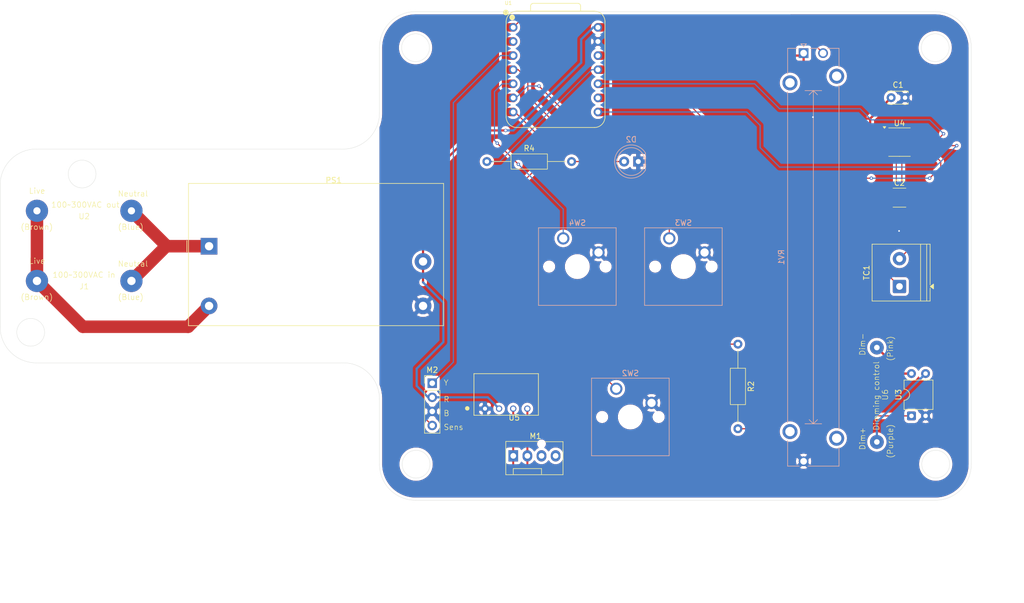
<source format=kicad_pcb>
(kicad_pcb (version 20241229) (generator "pcbnew") (generator_version "9.0")
  (layers (0 "F.Cu" signal) (2 "B.Cu" signal) (13 "F.Paste" user) (15 "B.Paste" user) (5 "F.SilkS" user "F.Silkscreen") (7 "B.SilkS" user "B.Silkscreen") (1 "F.Mask" user) (3 "B.Mask" user) (25 "Edge.Cuts" user))
  (net 0 "")
  (net 1 "+5V")
  (net 2 "GND")
  (net 3 "Net-(J1-N)")
  (net 4 "Net-(R2-Pad2)")
  (net 5 "Net-(U1-GPIO4{slash}MISO)")
  (net 6 "+3V3")
  (net 7 "Net-(U1-GPIO2{slash}SCK)")
  (net 8 "Net-(TC1-+)")
  (net 9 "Net-(U1-GPIO1{slash}RX)")
  (net 11 "Net-(D2-A)")
  (net 12 "Net-(J1-L)")
  (net 14 "Net-(M1--)")
  (net 15 "Net-(M1-+)")
  (net 17 "Net-(M2-PWM)")
  (net 18 "Net-(U1-GPIO29{slash}ADC3{slash}A3)")
  (net 19 "Net-(U1-GPIO3{slash}MOSI)")
  (net 20 "Net-(U1-GPIO26{slash}ADC0{slash}A0)")
  (net 21 "Net-(TC1--)")
  (net 22 "Net-(U1-GPIO0{slash}TX)")
  (net 23 "Net-(U1-GPIO7{slash}SCL)")
  (net 24 "Net-(U1-GPIO6{slash}SDA)")
  (net 25 "Net-(U6-Dim-)")
  (net 26 "Net-(U6-Dim+)")
  (net 27 "Net-(M2-Sense)")
  (footprint "Package_SO:SOIC-8_3.9x4.9mm_P1.27mm" (layer "F.Cu") (at 200.07 55.5)
    (property "Reference" "U4" (at 0 -3.4 0) (layer "F.SilkS"))
    (property "Value" "MAX31855KASA")
    (fp_line (start 0 -2.56) (end -1.95 -2.56) (stroke (width 0.12)) (layer "F.SilkS"))
    (fp_line (start 0 -2.56) (end 1.95 -2.56) (stroke (width 0.12)) (layer "F.SilkS"))
    (fp_line (start 0 2.56) (end -1.95 2.56) (stroke (width 0.12)) (layer "F.SilkS"))
    (fp_line (start 0 2.56) (end 1.95 2.56) (stroke (width 0.12)) (layer "F.SilkS"))
    (fp_poly (pts (xy -2.7 -2.465) (xy -2.94 -2.795) (xy -2.46 -2.795)) (stroke (width 0.12)) (fill yes) (layer "F.SilkS"))
    (pad "1" smd roundrect (at -2.475 -1.905) (size 1.95 0.6) (layers "F.Cu" "F.Mask" "F.Paste") (net 2 "GND"))
    (pad "2" smd roundrect (at -2.475 -0.635) (size 1.95 0.6) (layers "F.Cu" "F.Mask" "F.Paste") (net 21 "Net-(TC1--)"))
    (pad "3" smd roundrect (at -2.475 0.635) (size 1.95 0.6) (layers "F.Cu" "F.Mask" "F.Paste") (net 8 "Net-(TC1-+)"))
    (pad "4" smd roundrect (at -2.475 1.905) (size 1.95 0.6) (layers "F.Cu" "F.Mask" "F.Paste") (net 6 "+3V3"))
    (pad "5" smd roundrect (at 2.475 1.905) (size 1.95 0.6) (layers "F.Cu" "F.Mask" "F.Paste") (net 7 "Net-(U1-GPIO2{slash}SCK)"))
    (pad "6" smd roundrect (at 2.475 0.635) (size 1.95 0.6) (layers "F.Cu" "F.Mask" "F.Paste") (net 9 "Net-(U1-GPIO1{slash}RX)"))
    (pad "7" smd roundrect (at 2.475 -0.635) (size 1.95 0.6) (layers "F.Cu" "F.Mask" "F.Paste") (net 5 "Net-(U1-GPIO4{slash}MISO)"))
    (pad "8" smd roundrect (at 2.475 -1.905) (size 1.95 0.6) (layers "F.Cu" "F.Mask" "F.Paste"))
  )
  (footprint "SMU02L_12:SIP750W50P254L1160H1014Q4" (layer "F.Cu") (at 129.3 100.95 180)
    (property "Reference" "U5" (at -1.445 -4.175 0) (layer "F.SilkS"))
    (property "Value" "SMU02L-12")
    (fp_line (start 5.8 3.75) (end -5.8 3.75) (stroke (width 0.127)) (layer "F.SilkS"))
    (fp_line (start 5.8 -3.75) (end 5.8 3.75) (stroke (width 0.127)) (layer "F.SilkS"))
    (fp_line (start -5.8 3.75) (end -5.8 -3.75) (stroke (width 0.127)) (layer "F.SilkS"))
    (fp_line (start -5.8 -3.75) (end 5.8 -3.75) (stroke (width 0.127)) (layer "F.SilkS"))
    (fp_circle (center 7 -2.5) (end 7.2 -2.5) (stroke (width 0.4)) (fill no) (layer "F.SilkS"))
    (pad "1" thru_hole rect (at 3.81 -2.55 180) (size 1.13 1.13) (drill 0.73) (layers "*.Cu" "*.Mask") (net 2 "GND"))
    (pad "2" thru_hole circle (at 1.27 -2.55 180) (size 1.13 1.13) (drill 0.73) (layers "*.Cu" "*.Mask") (net 1 "+5V"))
    (pad "3" thru_hole circle (at -1.27 -2.55 180) (size 1.13 1.13) (drill 0.73) (layers "*.Cu" "*.Mask") (net 14 "Net-(M1--)"))
    (pad "4" thru_hole circle (at -3.81 -2.55 180) (size 1.13 1.13) (drill 0.73) (layers "*.Cu" "*.Mask") (net 15 "Net-(M1-+)"))
  )
  (footprint "custom footprints and stuff:C14 Power input" (layer "F.Cu") (at 53.375 84.5)
    (property "Reference" "J1" (at 0 -3 0) (layer "F.SilkS") (effects (font (thickness 0.1))))
    (property "Value" "IEC_C14_Receptacle")
    (fp_text user "(Blue)" (at 6 -0.5 0) (layer "F.SilkS") (effects (font (thickness 0.1)) (justify left bottom)))
    (fp_text user "100~300VAC in" (at -5.75 -4.5 0) (layer "F.SilkS") (effects (font (thickness 0.1)) (justify left bottom)))
    (fp_text user "Live" (at -10 -7 0) (layer "F.SilkS") (effects (font (thickness 0.1)) (justify left bottom)))
    (fp_text user "Neutral" (at 6 -6.5 0) (layer "F.SilkS") (effects (font (thickness 0.1)) (justify left bottom)))
    (fp_text user "(Brown)" (at -11.5 -0.5 0) (layer "F.SilkS") (effects (font (thickness 0.1)) (justify left bottom)))
    (pad "1" thru_hole circle (at -8.5 -4) (size 4 4) (drill 1.5) (layers "*.Cu" "*.Mask") (net 12 "Net-(J1-L)"))
    (pad "2" thru_hole circle (at 8.5 -4) (size 4 4) (drill 1.5) (layers "*.Cu" "*.Mask") (net 3 "Net-(J1-N)"))
  )
  (footprint "Package_DIP:DIP-4_W7.62mm" (layer "F.Cu") (at 202.225 104.805 90)
    (property "Reference" "U3" (at 3.81 -2.33 90) (layer "F.SilkS"))
    (property "Value" "PC817")
    (fp_line (start 6.46 -1.33) (end 4.81 -1.33) (stroke (width 0.12)) (layer "F.SilkS"))
    (fp_line (start 2.81 -1.33) (end 1.16 -1.33) (stroke (width 0.12)) (layer "F.SilkS"))
    (fp_line (start 1.16 -1.33) (end 1.16 3.87) (stroke (width 0.12)) (layer "F.SilkS"))
    (fp_line (start 6.46 3.87) (end 6.46 -1.33) (stroke (width 0.12)) (layer "F.SilkS"))
    (fp_line (start 1.16 3.87) (end 6.46 3.87) (stroke (width 0.12)) (layer "F.SilkS"))
    (fp_arc (start 4.81 -1.33) (mid 3.81 -0.33) (end 2.81 -1.33) (stroke (width 0.12)) (layer "F.SilkS"))
    (pad "1" thru_hole roundrect (at 0 0 90) (size 1.6 1.6) (drill 0.8) (layers "*.Cu" "*.Mask") (roundrect_rratio 0.15625) (net 4 "Net-(R2-Pad2)"))
    (pad "2" thru_hole circle (at 0 2.54 90) (size 1.6 1.6) (drill 0.8) (layers "*.Cu" "*.Mask") (net 2 "GND"))
    (pad "3" thru_hole circle (at 7.62 2.54 90) (size 1.6 1.6) (drill 0.8) (layers "*.Cu" "*.Mask") (net 26 "Net-(U6-Dim+)"))
    (pad "4" thru_hole circle (at 7.62 0 90) (size 1.6 1.6) (drill 0.8) (layers "*.Cu" "*.Mask") (net 25 "Net-(U6-Dim-)"))
  )
  (footprint "Resistor_THT:R_Axial_DIN0207_L6.3mm_D2.5mm_P15.24mm_Horizontal" (layer "F.Cu") (at 171 91.88 -90)
    (property "Reference" "R2" (at 7.62 -2.37 90) (layer "F.SilkS"))
    (property "Value" "42Ω  0.12W")
    (fp_line (start 1.04 0) (end 4.35 0) (stroke (width 0.12)) (layer "F.SilkS"))
    (fp_line (start 14.2 0) (end 10.89 0) (stroke (width 0.12)) (layer "F.SilkS"))
    (fp_rect (start 4.35 -1.37) (end 10.89 1.37) (stroke (width 0.12)) (fill no) (layer "F.SilkS"))
    (pad "1" thru_hole circle (at 0 0 270) (size 1.6 1.6) (drill 0.8) (layers "*.Cu" "*.Mask") (net 18 "Net-(U1-GPIO29{slash}ADC3{slash}A3)"))
    (pad "2" thru_hole circle (at 15.24 0 270) (size 1.6 1.6) (drill 0.8) (layers "*.Cu" "*.Mask") (net 4 "Net-(R2-Pad2)"))
  )
  (footprint "Capacitor_SMD:C_1812_4532Metric_Pad1.57x3.40mm_HandSolder" (layer "F.Cu") (at 200.07 65.5)
    (property "Reference" "C2" (at 0 -2.65 0) (layer "F.SilkS"))
    (property "Value" "10nF")
    (fp_line (start -1.161252 -1.71) (end 1.161252 -1.71) (stroke (width 0.12)) (layer "F.SilkS"))
    (fp_line (start -1.161252 1.71) (end 1.161252 1.71) (stroke (width 0.12)) (layer "F.SilkS"))
    (pad "1" smd roundrect (at -2.1375 0) (size 1.575 3.4) (layers "F.Cu" "F.Mask" "F.Paste") (roundrect_rratio 0.15873) (net 8 "Net-(TC1-+)"))
    (pad "2" smd roundrect (at 2.1375 0) (size 1.575 3.4) (layers "F.Cu" "F.Mask" "F.Paste") (roundrect_rratio 0.15873) (net 21 "Net-(TC1--)"))
  )
  (footprint "Connector_PinHeader_2.54mm:PinHeader_1x04_P2.54mm_Vertical" (layer "F.Cu") (at 116 98.92)
    (property "Reference" "M2" (at 0 -2.38 0) (layer "F.SilkS"))
    (property "Value" "Motor_Servo")
    (fp_line (start -1.38 -1.38) (end 0 -1.38) (stroke (width 0.12)) (layer "F.SilkS"))
    (fp_line (start -1.38 0) (end -1.38 -1.38) (stroke (width 0.12)) (layer "F.SilkS"))
    (fp_line (start -1.38 1.27) (end -1.38 9) (stroke (width 0.12)) (layer "F.SilkS"))
    (fp_line (start -1.38 1.27) (end 1.38 1.27) (stroke (width 0.12)) (layer "F.SilkS"))
    (fp_line (start -1.38 9) (end 1.38 9) (stroke (width 0.12)) (layer "F.SilkS"))
    (fp_line (start 1.38 1.27) (end 1.38 9) (stroke (width 0.12)) (layer "F.SilkS"))
    (fp_text user "Y" (at 2 0.5 0) (layer "F.SilkS") (effects (font (thickness 0.1)) (justify left bottom)))
    (fp_text user "R" (at 2 3.5 0) (layer "F.SilkS") (effects (font (thickness 0.1)) (justify left bottom)))
    (fp_text user "B" (at 2 6 0) (layer "F.SilkS") (effects (font (thickness 0.1)) (justify left bottom)))
    (fp_text user "Sens" (at 2 8.5 0) (layer "F.SilkS") (effects (font (thickness 0.1)) (justify left bottom)))
    (pad "1" thru_hole rect (at 0 0) (size 1.7 1.7) (drill 1) (layers "*.Cu" "*.Mask") (net 17 "Net-(M2-PWM)"))
    (pad "2" thru_hole circle (at 0 2.54) (size 1.7 1.7) (drill 1) (layers "*.Cu" "*.Mask") (net 1 "+5V"))
    (pad "3" thru_hole circle (at 0 5.08) (size 1.7 1.7) (drill 1) (layers "*.Cu" "*.Mask") (net 2 "GND"))
    (pad "4" thru_hole circle (at 0 7.62) (size 1.7 1.7) (drill 1) (layers "*.Cu" "*.Mask") (net 27 "Net-(M2-Sense)"))
  )
  (footprint "custom footprints and stuff:Meanwell ELG-150-54B AC side" (layer "F.Cu") (at 53.375 71.875)
    (property "Reference" "U2" (at 0 -3 0) (layer "F.SilkS") (effects (font (thickness 0.1))))
    (property "Value" "Meanwell ELG-150-54B AC Side")
    (fp_text user "Live" (at -10 -7 0) (layer "F.SilkS") (effects (font (thickness 0.1)) (justify left bottom)))
    (fp_text user "100~300VAC out" (at -6 -4.5 0) (layer "F.SilkS") (effects (font (thickness 0.1)) (justify left bottom)))
    (fp_text user "Neutral" (at 6 -6.5 0) (layer "F.SilkS") (effects (font (thickness 0.1)) (justify left bottom)))
    (fp_text user "(Brown)" (at -11.5 -0.5 0) (layer "F.SilkS") (effects (font (thickness 0.1)) (justify left bottom)))
    (fp_text user "(Blue)" (at 6 -0.5 0) (layer "F.SilkS") (effects (font (thickness 0.1)) (justify left bottom)))
    (pad "1" thru_hole circle (at -8.5 -4) (size 4 4) (drill 1.3) (layers "*.Cu" "*.Mask") (net 12 "Net-(J1-L)"))
    (pad "2" thru_hole circle (at 8.5 -4) (size 4 4) (drill 1.3) (layers "*.Cu" "*.Mask") (net 3 "Net-(J1-N)"))
  )
  (footprint "Connector:FanPinHeader_1x04_P2.54mm_Vertical" (layer "F.Cu") (at 130.58 112)
    (property "Reference" "M1" (at 4 -3.55 0) (layer "F.SilkS"))
    (property "Value" "Fan_4pin")
    (fp_line (start -1.35 -2.6) (end 4.4 -2.6) (stroke (width 0.12)) (layer "F.SilkS"))
    (fp_line (start -1.35 3.4) (end -1.35 -2.6) (stroke (width 0.12)) (layer "F.SilkS"))
    (fp_line (start 0 2.29) (end 5.08 2.29) (stroke (width 0.12)) (layer "F.SilkS"))
    (fp_line (start 0 3.3) (end 0 2.29) (stroke (width 0.12)) (layer "F.SilkS"))
    (fp_line (start 5.08 2.29) (end 5.08 3.3) (stroke (width 0.12)) (layer "F.SilkS"))
    (fp_line (start 5.75 -2.55) (end 8.95 -2.55) (stroke (width 0.12)) (layer "F.SilkS"))
    (fp_line (start 8.95 -2.55) (end 8.95 3.4) (stroke (width 0.12)) (layer "F.SilkS"))
    (fp_line (start 8.95 3.4) (end -1.35 3.4) (stroke (width 0.12)) (layer "F.SilkS"))
    (pad "" np_thru_hole circle (at 5.08 -2.16 90) (size 1.1 1.1) (drill 1.1) (layers "*.Cu" "*.Mask"))
    (pad "1" thru_hole rect (at 0 0 90) (size 2.03 1.73) (drill 1.02) (layers "*.Cu" "*.Mask") (net 14 "Net-(M1--)"))
    (pad "2" thru_hole oval (at 2.54 0 90) (size 2.03 1.73) (drill 1.02) (layers "*.Cu" "*.Mask") (net 15 "Net-(M1-+)"))
    (pad "3" thru_hole oval (at 5.08 0 90) (size 2.03 1.73) (drill 1.02) (layers "*.Cu" "*.Mask"))
    (pad "4" thru_hole oval (at 7.62 0 90) (size 2.03 1.73) (drill 1.02) (layers "*.Cu" "*.Mask"))
  )
  (footprint "TerminalBlock_Philmore:TerminalBlock_Philmore_TB132_1x02_P5.00mm_Horizontal" (layer "F.Cu") (at 200.07 81.5 90)
    (property "Reference" "TC1" (at 2.5 -5.92 90) (layer "F.SilkS"))
    (property "Value" "Thermocouple_Block")
    (fp_line (start 7.62 -4.92) (end 7.62 5.52) (stroke (width 0.12)) (layer "F.SilkS"))
    (fp_line (start -2.62 -4.92) (end 7.62 -4.92) (stroke (width 0.12)) (layer "F.SilkS"))
    (fp_line (start -2.62 -4.92) (end -2.62 5.52) (stroke (width 0.12)) (layer "F.SilkS"))
    (fp_line (start -2.62 3.8) (end 7.62 3.8) (stroke (width 0.12)) (layer "F.SilkS"))
    (fp_line (start -2.62 4.9) (end 7.62 4.9) (stroke (width 0.12)) (layer "F.SilkS"))
    (fp_line (start 0.3 5.52) (end 7.62 5.52) (stroke (width 0.12)) (layer "F.SilkS"))
    (fp_line (start -2.62 5.52) (end -0.3 5.52) (stroke (width 0.12)) (layer "F.SilkS"))
    (fp_poly (pts (xy 0 5.52) (xy 0.44 6.13) (xy -0.44 6.13)) (stroke (width 0.12)) (fill yes) (layer "F.SilkS"))
    (pad "1" thru_hole roundrect (at 0 0 90) (size 2.4 2.4) (drill 1.2) (layers "*.Cu" "*.Mask") (roundrect_rratio 0.104167) (net 8 "Net-(TC1-+)"))
    (pad "2" thru_hole circle (at 5 0 90) (size 2.4 2.4) (drill 1.2) (layers "*.Cu" "*.Mask") (net 21 "Net-(TC1--)"))
  )
  (footprint "Resistor_THT:R_Axial_DIN0207_L6.3mm_D2.5mm_P15.24mm_Horizontal" (layer "F.Cu") (at 125.83 59)
    (property "Reference" "R4" (at 7.62 -2.37 0) (layer "F.SilkS"))
    (property "Value" "40-60Ω")
    (fp_line (start 1.04 0) (end 4.35 0) (stroke (width 0.12)) (layer "F.SilkS"))
    (fp_line (start 14.2 0) (end 10.89 0) (stroke (width 0.12)) (layer "F.SilkS"))
    (fp_rect (start 4.35 -1.37) (end 10.89 1.37) (stroke (width 0.12)) (fill no) (layer "F.SilkS"))
    (pad "1" thru_hole circle (at 0 0) (size 1.6 1.6) (drill 0.8) (layers "*.Cu" "*.Mask") (net 19 "Net-(U1-GPIO3{slash}MOSI)"))
    (pad "2" thru_hole circle (at 15.24 0) (size 1.6 1.6) (drill 0.8) (layers "*.Cu" "*.Mask") (net 11 "Net-(D2-A)"))
  )
  (footprint "Converter_ACDC:Converter_ACDC_MeanWell_IRM-10-xx_THT" (layer "F.Cu") (at 75.8425 74.25)
    (property "Reference" "PS1" (at 22.42 -11.88 0) (layer "F.SilkS"))
    (property "Value" "IRM-10-5")
    (fp_line (start -4 -1) (end -4 1) (stroke (width 0.12)) (layer "F.SilkS"))
    (fp_line (start -3.7 -11.3) (end -3.7 14.3) (stroke (width 0.12)) (layer "F.SilkS"))
    (fp_line (start -3.7 -11.3) (end 42.2 -11.3) (stroke (width 0.12)) (layer "F.SilkS"))
    (fp_line (start -3.7 14.3) (end 42.2 14.3) (stroke (width 0.12)) (layer "F.SilkS"))
    (fp_line (start 42.2 -11.3) (end 42.2 14.3) (stroke (width 0.12)) (layer "F.SilkS"))
    (pad "1" thru_hole rect (at 0 0) (size 3 3) (drill 1.5) (layers "*.Cu" "*.Mask") (net 3 "Net-(J1-N)"))
    (pad "2" thru_hole circle (at 0 10.75) (size 3 3) (drill 1.5) (layers "*.Cu" "*.Mask") (net 12 "Net-(J1-L)"))
    (pad "3" thru_hole circle (at 38.5 10.75) (size 3 3) (drill 1.5) (layers "*.Cu" "*.Mask") (net 2 "GND"))
    (pad "4" thru_hole circle (at 38.5 2.75) (size 3 3) (drill 1.5) (layers "*.Cu" "*.Mask") (net 1 "+5V"))
  )
  (footprint "custom footprints and stuff:Meanwell ELG-150-54B Other Side" (layer "F.Cu") (at 183.5 101 90)
    (property "Reference" "U6" (at 0 14 90) (layer "F.SilkS") (effects (font (thickness 0.1))))
    (property "Value" "Meanwell ELG-150-54B Other side" (hide yes))
    (fp_text user "(Purple)" (at -11.5 15.5 90) (layer "F.SilkS") (effects (font (thickness 0.1)) (justify left bottom)))
    (fp_text user "Dimming control" (at -6.5 13 90) (layer "F.SilkS") (effects (font (thickness 0.1)) (justify left bottom)))
    (fp_text user "Dim-" (at 7 10.5 90) (layer "F.SilkS") (effects (font (thickness 0.1)) (justify left bottom)))
    (fp_text user "Dim+" (at -10 10.5 90) (layer "F.SilkS") (effects (font (thickness 0.1)) (justify left bottom)))
    (fp_text user "(Pink)" (at 6 15.5 90) (layer "F.SilkS") (effects (font (thickness 0.1)) (justify left bottom)))
    (pad "3" thru_hole circle (at -8.5 12.5 90) (size 2.5 2.5) (drill 1) (layers "*.Cu" "*.Mask") (net 26 "Net-(U6-Dim+)"))
    (pad "4" thru_hole circle (at 8.5 12.5 90) (size 2.5 2.5) (drill 1) (layers "*.Cu" "*.Mask") (net 25 "Net-(U6-Dim-)"))
  )
  (footprint "Capacitor_THT:C_Disc_D3.4mm_W2.1mm_P2.50mm" (layer "F.Cu") (at 198.57 47.5)
    (property "Reference" "C1" (at 1.25 -2.3 0) (layer "F.SilkS"))
    (property "Value" "0.1µF")
    (fp_line (start -0.57 -1.17) (end -0.57 -0.87) (stroke (width 0.12)) (layer "F.SilkS"))
    (fp_line (start -0.57 -1.17) (end 3.07 -1.17) (stroke (width 0.12)) (layer "F.SilkS"))
    (fp_line (start -0.57 0.87) (end -0.57 1.17) (stroke (width 0.12)) (layer "F.SilkS"))
    (fp_line (start -0.57 1.17) (end 3.07 1.17) (stroke (width 0.12)) (layer "F.SilkS"))
    (fp_line (start 3.07 -1.17) (end 3.07 -0.87) (stroke (width 0.12)) (layer "F.SilkS"))
    (fp_line (start 3.07 0.87) (end 3.07 1.17) (stroke (width 0.12)) (layer "F.SilkS"))
    (pad "1" thru_hole circle (at 0 0) (size 1.6 1.6) (drill 0.8) (layers "*.Cu" "*.Mask") (net 6 "+3V3"))
    (pad "2" thru_hole circle (at 2.5 0) (size 1.6 1.6) (drill 0.8) (layers "*.Cu" "*.Mask") (net 2 "GND"))
  )
  (footprint "Seeed Studio XIAO Series Library:XIAO-RP2040-DIP" (layer "F.Cu") (at 138.19 42.46)
    (property "Reference" "U1" (at -8.5 -12 0) (layer "F.SilkS") (effects (font (size 0.635 0.635) (thickness 0.1016))))
    (property "Value" "XIAO-RP2040-DIP")
    (fp_line (start -8.89 8.509) (end -8.89 -8.636) (stroke (width 0.127)) (layer "F.SilkS"))
    (fp_line (start -6.985 10.414) (end 6.985 10.414) (stroke (width 0.127)) (layer "F.SilkS"))
    (fp_line (start -4.495 -10.541) (end -4.491272 -11.451272) (stroke (width 0.127)) (layer "F.SilkS"))
    (fp_line (start -3.991272 -11.951) (end 4.004 -11.951) (stroke (width 0.127)) (layer "F.SilkS"))
    (fp_line (start 4.504 -11.451) (end 4.504 -10.541) (stroke (width 0.127)) (layer "F.SilkS"))
    (fp_line (start 6.985 -10.541) (end -6.985 -10.541) (stroke (width 0.1)) (layer "F.SilkS"))
    (fp_line (start 6.985 -10.541) (end -6.985 -10.541) (stroke (width 0.127)) (layer "F.SilkS"))
    (fp_line (start 8.89 8.509) (end 8.89 -8.636) (stroke (width 0.127)) (layer "F.SilkS"))
    (fp_arc (start -8.89 -8.636) (mid -8.332038 -9.983038) (end -6.985 -10.541) (stroke (width 0.127)) (layer "F.SilkS"))
    (fp_arc (start -6.985 10.414) (mid -8.332038 9.856038) (end -8.89 8.509) (stroke (width 0.127)) (layer "F.SilkS"))
    (fp_arc (start -4.491272 -11.451272) (mid -4.344728 -11.80464) (end -3.991272 -11.951) (stroke (width 0.127)) (layer "F.SilkS"))
    (fp_arc (start 4.004 -11.951) (mid 4.357553 -11.804553) (end 4.504 -11.451) (stroke (width 0.127)) (layer "F.SilkS"))
    (fp_arc (start 6.985 -10.541) (mid 8.332038 -9.983038) (end 8.89 -8.636) (stroke (width 0.127)) (layer "F.SilkS"))
    (fp_arc (start 8.89 8.509) (mid 8.332038 9.856038) (end 6.985 10.414) (stroke (width 0.127)) (layer "F.SilkS"))
    (fp_circle (center -8.95 -10.3) (end -8.95 -10.554) (stroke (width 0.5)) (fill yes) (layer "F.SilkS"))
    (fp_circle (center -7.807 -9.42) (end -7.807 -9.674) (stroke (width 0.5)) (fill yes) (layer "F.SilkS"))
    (pad "1" smd roundrect (at -8.455 -7.62 180) (size 2.432 1.524) (layers "F.Cu" "F.Mask") (roundrect_rratio 0.1) (net 20 "Net-(U1-GPIO26{slash}ADC0{slash}A0)"))
    (pad "1" thru_hole circle (at -7.62 -7.62 180) (size 1.524 1.524) (drill 0.889) (layers "*.Cu" "*.Mask") (net 20 "Net-(U1-GPIO26{slash}ADC0{slash}A0)"))
    (pad "2" smd roundrect (at -8.455 -5.08 180) (size 2.432 1.524) (layers "F.Cu" "F.Mask") (roundrect_rratio 0.1) (net 27 "Net-(M2-Sense)"))
    (pad "2" thru_hole circle (at -7.62 -5.08 180) (size 1.524 1.524) (drill 0.889) (layers "*.Cu" "*.Mask") (net 27 "Net-(M2-Sense)"))
    (pad "3" smd roundrect (at -8.455 -2.54 180) (size 2.432 1.524) (layers "F.Cu" "F.Mask") (roundrect_rratio 0.1) (net 17 "Net-(M2-PWM)"))
    (pad "3" thru_hole circle (at -7.62 -2.54 180) (size 1.524 1.524) (drill 0.889) (layers "*.Cu" "*.Mask") (net 17 "Net-(M2-PWM)"))
    (pad "4" smd roundrect (at -8.455 0 180) (size 2.432 1.524) (layers "F.Cu" "F.Mask") (roundrect_rratio 0.1) (net 18 "Net-(U1-GPIO29{slash}ADC3{slash}A3)"))
    (pad "4" thru_hole circle (at -7.62 0 180) (size 1.524 1.524) (drill 0.889) (layers "*.Cu" "*.Mask") (net 18 "Net-(U1-GPIO29{slash}ADC3{slash}A3)"))
    (pad "5" smd roundrect (at -8.455 2.54 180) (size 2.432 1.524) (layers "F.Cu" "F.Mask") (roundrect_rratio 0.1) (net 24 "Net-(U1-GPIO6{slash}SDA)"))
    (pad "5" thru_hole circle (at -7.62 2.54 180) (size 1.524 1.524) (drill 0.889) (layers "*.Cu" "*.Mask") (net 24 "Net-(U1-GPIO6{slash}SDA)"))
    (pad "6" smd roundrect (at -8.455 5.08 180) (size 2.432 1.524) (layers "F.Cu" "F.Mask") (roundrect_rratio 0.1) (net 23 "Net-(U1-GPIO7{slash}SCL)"))
    (pad "6" thru_hole circle (at -7.62 5.08 180) (size 1.524 1.524) (drill 0.889) (layers "*.Cu" "*.Mask") (net 23 "Net-(U1-GPIO7{slash}SCL)"))
    (pad "7" smd roundrect (at -8.455 7.62 180) (size 2.432 1.524) (layers "F.Cu" "F.Mask") (roundrect_rratio 0.1) (net 22 "Net-(U1-GPIO0{slash}TX)"))
    (pad "7" thru_hole circle (at -7.62 7.62 180) (size 1.524 1.524) (drill 0.889) (layers "*.Cu" "*.Mask") (net 22 "Net-(U1-GPIO0{slash}TX)"))
    (pad "8" thru_hole circle (at 7.62 7.62) (size 1.524 1.524) (drill 0.889) (layers "*.Cu" "*.Mask") (net 9 "Net-(U1-GPIO1{slash}RX)"))
    (pad "8" smd roundrect (at 8.455 7.62) (size 2.432 1.524) (layers "F.Cu" "F.Mask") (roundrect_rratio 0.1) (net 9 "Net-(U1-GPIO1{slash}RX)"))
    (pad "9" thru_hole circle (at 7.62 5.08) (size 1.524 1.524) (drill 0.889) (layers "*.Cu" "*.Mask") (net 7 "Net-(U1-GPIO2{slash}SCK)"))
    (pad "9" smd roundrect (at 8.455 5.08) (size 2.432 1.524) (layers "F.Cu" "F.Mask") (roundrect_rratio 0.1) (net 7 "Net-(U1-GPIO2{slash}SCK)"))
    (pad "10" thru_hole circle (at 7.62 2.54) (size 1.524 1.524) (drill 0.889) (layers "*.Cu" "*.Mask") (net 5 "Net-(U1-GPIO4{slash}MISO)"))
    (pad "10" smd roundrect (at 8.455 2.54) (size 2.432 1.524) (layers "F.Cu" "F.Mask") (roundrect_rratio 0.1) (net 5 "Net-(U1-GPIO4{slash}MISO)"))
    (pad "11" thru_hole circle (at 7.62 0) (size 1.524 1.524) (drill 0.889) (layers "*.Cu" "*.Mask") (net 19 "Net-(U1-GPIO3{slash}MOSI)"))
    (pad "11" smd roundrect (at 8.455 0) (size 2.432 1.524) (layers "F.Cu" "F.Mask") (roundrect_rratio 0.1) (net 19 "Net-(U1-GPIO3{slash}MOSI)"))
    (pad "12" thru_hole circle (at 7.62 -2.54) (size 1.524 1.524) (drill 0.889) (layers "*.Cu" "*.Mask") (net 6 "+3V3"))
    (pad "12" smd roundrect (at 8.455 -2.54) (size 2.432 1.524) (layers "F.Cu" "F.Mask") (roundrect_rratio 0.1) (net 6 "+3V3"))
    (pad "13" thru_hole circle (at 7.62 -5.08) (size 1.524 1.524) (drill 0.889) (layers "*.Cu" "*.Mask") (net 2 "GND"))
    (pad "13" smd roundrect (at 8.455 -5.08) (size 2.432 1.524) (layers "F.Cu" "F.Mask") (roundrect_rratio 0.1) (net 2 "GND"))
    (pad "14" thru_hole circle (at 7.62 -7.62) (size 1.524 1.524) (drill 0.889) (layers "*.Cu" "*.Mask") (net 1 "+5V"))
    (pad "14" smd roundrect (at 8.455 -7.62) (size 2.432 1.524) (layers "F.Cu" "F.Mask") (roundrect_rratio 0.1) (net 1 "+5V"))
  )
  (footprint "Button_Switch_Keyboard:SW_Cherry_MX_1.00u_PCB" (layer "B.Cu") (at 149.11 99.92 180)
    (property "Reference" "SW2" (at -2.54 2.794 0) (layer "B.SilkS") (effects (justify mirror)))
    (property "Value" "SW_Push SET")
    (fp_line (start 4.445 1.905) (end 4.445 -12.065) (stroke (width 0.12)) (layer "B.SilkS"))
    (fp_line (start 4.445 -12.065) (end -9.525 -12.065) (stroke (width 0.12)) (layer "B.SilkS"))
    (fp_line (start -9.525 1.905) (end 4.445 1.905) (stroke (width 0.12)) (layer "B.SilkS"))
    (fp_line (start -9.525 -12.065) (end -9.525 1.905) (stroke (width 0.12)) (layer "B.SilkS"))
    (pad "" np_thru_hole circle (at -7.62 -5.08 180) (size 1.7 1.7) (drill 1.7) (layers "*.Cu" "*.Mask"))
    (pad "" np_thru_hole circle (at -2.54 -5.08 180) (size 4 4) (drill 4) (layers "*.Cu" "*.Mask"))
    (pad "" np_thru_hole circle (at 2.54 -5.08 180) (size 1.7 1.7) (drill 1.7) (layers "*.Cu" "*.Mask"))
    (pad "1" thru_hole circle (at 0 0 180) (size 2.2 2.2) (drill 1.5) (layers "*.Cu" "*.Mask") (net 22 "Net-(U1-GPIO0{slash}TX)"))
    (pad "2" thru_hole circle (at -6.35 -2.54 180) (size 2.2 2.2) (drill 1.5) (layers "*.Cu" "*.Mask") (net 2 "GND"))
  )
  (footprint "Button_Switch_Keyboard:SW_Cherry_MX_1.00u_PCB" (layer "B.Cu") (at 139.57 72.84 180)
    (property "Reference" "SW4" (at -2.54 2.794 0) (layer "B.SilkS") (effects (justify mirror)))
    (property "Value" "SW_Push Pos2")
    (fp_line (start 4.445 1.905) (end 4.445 -12.065) (stroke (width 0.12)) (layer "B.SilkS"))
    (fp_line (start 4.445 -12.065) (end -9.525 -12.065) (stroke (width 0.12)) (layer "B.SilkS"))
    (fp_line (start -9.525 1.905) (end 4.445 1.905) (stroke (width 0.12)) (layer "B.SilkS"))
    (fp_line (start -9.525 -12.065) (end -9.525 1.905) (stroke (width 0.12)) (layer "B.SilkS"))
    (pad "" np_thru_hole circle (at -7.62 -5.08 180) (size 1.7 1.7) (drill 1.7) (layers "*.Cu" "*.Mask"))
    (pad "" np_thru_hole circle (at -2.54 -5.08 180) (size 4 4) (drill 4) (layers "*.Cu" "*.Mask"))
    (pad "" np_thru_hole circle (at 2.54 -5.08 180) (size 1.7 1.7) (drill 1.7) (layers "*.Cu" "*.Mask"))
    (pad "1" thru_hole circle (at 0 0 180) (size 2.2 2.2) (drill 1.5) (layers "*.Cu" "*.Mask") (net 24 "Net-(U1-GPIO6{slash}SDA)"))
    (pad "2" thru_hole circle (at -6.35 -2.54 180) (size 2.2 2.2) (drill 1.5) (layers "*.Cu" "*.Mask") (net 2 "GND"))
  )
  (footprint "Potentiometer_THT:Potentiometer_Bourns_PTA6043_Single_Slide" (layer "B.Cu") (at 182.82 39.48 -90)
    (property "Reference" "RV1" (at 36.75 4 90) (layer "B.SilkS") (effects (justify mirror)))
    (property "Value" "Pot")
    (fp_line (start -0.87 2.87) (end 3.754 2.87) (stroke (width 0.12)) (layer "B.SilkS"))
    (fp_line (start -0.87 2.87) (end -0.87 1.175) (stroke (width 0.12)) (layer "B.SilkS"))
    (fp_line (start 6.946 2.87) (end 66.554 2.87) (stroke (width 0.12)) (layer "B.SilkS"))
    (fp_line (start 69.746 2.87) (end 74.37 2.87) (stroke (width 0.12)) (layer "B.SilkS"))
    (fp_line (start 74.37 2.87) (end 74.37 0.79) (stroke (width 0.12)) (layer "B.SilkS"))
    (fp_line (start -1.675 0.5) (end -1.675 -0.5) (stroke (width 0.12)) (layer "B.SilkS"))
    (fp_line (start -1.175 0) (end -1.675 0.5) (stroke (width 0.12)) (layer "B.SilkS"))
    (fp_line (start 6.75 -0.25) (end 6.75 -3.25) (stroke (width 0.12)) (layer "B.SilkS"))
    (fp_line (start 66.75 -0.25) (end 66.75 -3.25) (stroke (width 0.12)) (layer "B.SilkS"))
    (fp_line (start -1.675 -0.5) (end -1.175 0) (stroke (width 0.12)) (layer "B.SilkS"))
    (fp_line (start 74.37 -0.79) (end 74.37 -6.37) (stroke (width 0.12)) (layer "B.SilkS"))
    (fp_line (start 7.5 -1) (end 6.75 -1.75) (stroke (width 0.12)) (layer "B.SilkS"))
    (fp_line (start 66 -1) (end 66.75 -1.75) (stroke (width 0.12)) (layer "B.SilkS"))
    (fp_line (start -0.87 -1.175) (end -0.87 -2.71) (stroke (width 0.12)) (layer "B.SilkS"))
    (fp_line (start 6.75 -1.75) (end 66.75 -1.75) (stroke (width 0.12)) (layer "B.SilkS"))
    (fp_line (start 6.75 -1.75) (end 7.5 -2.5) (stroke (width 0.12)) (layer "B.SilkS"))
    (fp_line (start 66.75 -1.75) (end 66 -2.5) (stroke (width 0.12)) (layer "B.SilkS"))
    (fp_line (start -0.87 -4.29) (end -0.87 -6.37) (stroke (width 0.12)) (layer "B.SilkS"))
    (fp_line (start -0.87 -6.37) (end 2.554 -6.37) (stroke (width 0.12)) (layer "B.SilkS"))
    (fp_line (start 5.746 -6.37) (end 67.754 -6.37) (stroke (width 0.12)) (layer "B.SilkS"))
    (fp_line (start 70.946 -6.37) (end 74.37 -6.37) (stroke (width 0.12)) (layer "B.SilkS"))
    (pad "1" thru_hole rect (at 0 0 270) (size 1.75 1.75) (drill 1.2) (layers "*.Cu" "*.Mask") (net 6 "+3V3"))
    (pad "2" thru_hole circle (at 0 -3.5 270) (size 1.75 1.75) (drill 1.2) (layers "*.Cu" "*.Mask") (net 20 "Net-(U1-GPIO26{slash}ADC0{slash}A0)"))
    (pad "3" thru_hole circle (at 73.5 0 270) (size 1.75 1.75) (drill 1.2) (layers "*.Cu" "*.Mask") (net 2 "GND"))
    (pad "MP" thru_hole circle (at 4.15 -5.95 270) (size 2.7 2.7) (drill 1.7) (layers "*.Cu" "*.Mask"))
    (pad "MP" thru_hole circle (at 5.35 2.45 270) (size 2.7 2.7) (drill 1.7) (layers "*.Cu" "*.Mask"))
    (pad "MP" thru_hole circle (at 68.15 2.45 270) (size 2.7 2.7) (drill 1.7) (layers "*.Cu" "*.Mask"))
    (pad "MP" thru_hole circle (at 69.35 -5.95 270) (size 2.7 2.7) (drill 1.7) (layers "*.Cu" "*.Mask"))
  )
  (footprint "Button_Switch_Keyboard:SW_Cherry_MX_1.00u_PCB" (layer "B.Cu") (at 158.65 72.84 180)
    (property "Reference" "SW3" (at -2.54 2.794 0) (layer "B.SilkS") (effects (justify mirror)))
    (property "Value" "SW_Push Pos1")
    (fp_line (start 4.445 1.905) (end 4.445 -12.065) (stroke (width 0.12)) (layer "B.SilkS"))
    (fp_line (start 4.445 -12.065) (end -9.525 -12.065) (stroke (width 0.12)) (layer "B.SilkS"))
    (fp_line (start -9.525 1.905) (end 4.445 1.905) (stroke (width 0.12)) (layer "B.SilkS"))
    (fp_line (start -9.525 -12.065) (end -9.525 1.905) (stroke (width 0.12)) (layer "B.SilkS"))
    (pad "" np_thru_hole circle (at -7.62 -5.08 180) (size 1.7 1.7) (drill 1.7) (layers "*.Cu" "*.Mask"))
    (pad "" np_thru_hole circle (at -2.54 -5.08 180) (size 4 4) (drill 4) (layers "*.Cu" "*.Mask"))
    (pad "" np_thru_hole circle (at 2.54 -5.08 180) (size 1.7 1.7) (drill 1.7) (layers "*.Cu" "*.Mask"))
    (pad "1" thru_hole circle (at 0 0 180) (size 2.2 2.2) (drill 1.5) (layers "*.Cu" "*.Mask") (net 23 "Net-(U1-GPIO7{slash}SCL)"))
    (pad "2" thru_hole circle (at -6.35 -2.54 180) (size 2.2 2.2) (drill 1.5) (layers "*.Cu" "*.Mask") (net 2 "GND"))
  )
  (footprint "LED_THT:LED_D5.0mm" (layer "B.Cu") (at 153.07 59 180)
    (property "Reference" "D2" (at 1.27 3.96 0) (layer "B.SilkS") (effects (justify mirror)))
    (property "Value" "LED red")
    (fp_line (start -1.29 1.545) (end -1.29 -1.545) (stroke (width 0.12)) (layer "B.SilkS"))
    (fp_arc (start 4.26 0) (mid 2.071779 2.880495) (end -1.29 1.54483) (stroke (width 0.12)) (layer "B.SilkS"))
    (fp_arc (start -1.29 -1.54483) (mid 2.071779 -2.880495) (end 4.26 0) (stroke (width 0.12)) (layer "B.SilkS"))
    (fp_circle (center 1.27 0) (end 3.77 0) (stroke (width 0.12)) (fill no) (layer "B.SilkS"))
    (pad "1" thru_hole rect (at 0 0 180) (size 1.8 1.8) (drill 0.9) (layers "*.Cu" "*.Mask") (net 2 "GND"))
    (pad "2" thru_hole circle (at 2.54 0 180) (size 1.8 1.8) (drill 0.9) (layers "*.Cu" "*.Mask") (net 11 "Net-(D2-A)"))
  )
  (gr_arc (start 106.5 50.25) (mid 104.596194 54.846194) (end 100 56.75) (stroke (width 0.05)) (layer "Edge.Cuts"))
  (gr_circle (center 43.75 89.75) (end 41.25 89.75) (stroke (width 0.05)) (fill no) (layer "Edge.Cuts"))
  (gr_arc (start 206.5 32) (mid 211.096194 33.903806) (end 213 38.5) (stroke (width 0.05)) (layer "Edge.Cuts"))
  (gr_line (start 106.5 101.75) (end 106.5 113.5) (stroke (width 0.05)) (layer "Edge.Cuts"))
  (gr_line (start 206.5 120) (end 113 120) (stroke (width 0.05)) (layer "Edge.Cuts"))
  (gr_arc (start 113 120) (mid 108.403806 118.096194) (end 106.5 113.5) (stroke (width 0.05)) (layer "Edge.Cuts"))
  (gr_circle (center 113.096194 113.5) (end 110.596194 113.5) (stroke (width 0.05)) (fill no) (layer "Edge.Cuts"))
  (gr_circle (center 206.5 38.5) (end 209 38.5) (stroke (width 0.05)) (fill no) (layer "Edge.Cuts"))
  (gr_arc (start 213 113.5) (mid 211.096194 118.096194) (end 206.5 120) (stroke (width 0.05)) (layer "Edge.Cuts"))
  (gr_line (start 106.5 50.25) (end 106.5 38.5) (stroke (width 0.05)) (layer "Edge.Cuts"))
  (gr_arc (start 100 95.25) (mid 104.596194 97.153806) (end 106.5 101.75) (stroke (width 0.05)) (layer "Edge.Cuts"))
  (gr_line (start 44.75 95.25) (end 100 95.25) (stroke (width 0.05)) (layer "Edge.Cuts"))
  (gr_line (start 38.25 63.25) (end 38.25 88.75) (stroke (width 0.05)) (layer "Edge.Cuts"))
  (gr_circle (center 113 38.5) (end 110.5 38.5) (stroke (width 0.05)) (fill no) (layer "Edge.Cuts"))
  (gr_arc (start 44.75 95.25) (mid 40.153806 93.346194) (end 38.25 88.75) (stroke (width 0.05)) (layer "Edge.Cuts"))
  (gr_circle (center 53 61.25) (end 50.5 61.25) (stroke (width 0.05)) (fill no) (layer "Edge.Cuts"))
  (gr_arc (start 106.5 38.5) (mid 108.403806 33.903806) (end 113 32) (stroke (width 0.05)) (layer "Edge.Cuts"))
  (gr_arc (start 38.25 63.25) (mid 40.153806 58.653806) (end 44.75 56.75) (stroke (width 0.05)) (layer "Edge.Cuts"))
  (gr_line (start 213 113.5) (end 213 38.5) (stroke (width 0.05)) (layer "Edge.Cuts"))
  (gr_line (start 44.75 56.75) (end 100 56.75) (stroke (width 0.05)) (layer "Edge.Cuts"))
  (gr_circle (center 206.596194 113.5) (end 209.096194 113.5) (stroke (width 0.05)) (fill no) (layer "Edge.Cuts"))
  (gr_line (start 113 32) (end 206.5 32) (stroke (width 0.05)) (layer "Edge.Cuts"))
  (segment (start 129.2 53.4) (end 123.6925 53.4) (width 0.4) (layer "F.Cu") (net 1))
  (segment (start 114.3425 62.75) (end 114.3425 80.75) (width 0.4) (layer "F.Cu") (net 1))
  (segment (start 123.6925 53.4) (end 114.3425 62.75) (width 0.4) (layer "F.Cu") (net 1))
  (via (at 129.2 53.4) (size 0.6) (drill 0.4) (layers "F.Cu" "B.Cu") (net 1))
  (segment (start 115.26 101.46) (end 113.2 99.4) (width 0.4) (layer "B.Cu") (net 1))
  (segment (start 116 101.46) (end 125.99 101.46) (width 0.4) (layer "B.Cu") (net 1))
  (segment (start 125.99 101.46) (end 128.03 103.5) (width 0.4) (layer "B.Cu") (net 1))
  (segment (start 118 91.5) (end 118 84.4075) (width 0.4) (layer "B.Cu") (net 1))
  (segment (start 113.2 99.4) (end 113.2 96.3) (width 0.4) (layer "B.Cu") (net 1))
  (segment (start 144.96 34.84) (end 145.81 34.84) (width 0.4) (layer "B.Cu") (net 1))
  (segment (start 129.2 53.4) (end 130.6 53.4) (width 0.4) (layer "B.Cu") (net 1))
  (segment (start 142.8 41.2) (end 142.8 37) (width 0.4) (layer "B.Cu") (net 1))
  (segment (start 113.2 96.3) (end 118 91.5) (width 0.4) (layer "B.Cu") (net 1))
  (segment (start 118 84.4075) (end 114.3425 80.75) (width 0.4) (layer "B.Cu") (net 1))
  (segment (start 130.6 53.4) (end 142.8 41.2) (width 0.4) (layer "B.Cu") (net 1))
  (segment (start 142.8 37) (end 144.96 34.84) (width 0.4) (layer "B.Cu") (net 1))
  (segment (start 116 101.46) (end 115.26 101.46) (width 0.4) (layer "B.Cu") (net 1))
  (segment (start 146.645 37.38) (end 149.38 37.38) (width 0.2) (layer "F.Cu") (net 2))
  (via (at 200 71.5) (size 0.6) (drill 0.3) (layers "F.Cu" "B.Cu") (net 2))
  (via (at 184.5 51) (size 0.6) (drill 0.3) (layers "F.Cu" "B.Cu") (net 2))
  (segment (start 68.25 74.25) (end 75.8425 74.25) (width 2.25) (layer "F.Cu") (net 3))
  (segment (start 61.875 80.5) (end 68.125 74.25) (width 2.25) (layer "F.Cu") (net 3))
  (segment (start 68.125 74.25) (end 68.25 74.25) (width 2.25) (layer "F.Cu") (net 3))
  (segment (start 61.875 67.875) (end 68.25 74.25) (width 2.25) (layer "F.Cu") (net 3))
  (segment (start 178.695 104.805) (end 202.225 104.805) (width 0.2) (layer "F.Cu") (net 4))
  (segment (start 176.38 107.12) (end 178.695 104.805) (width 0.2) (layer "F.Cu") (net 4))
  (segment (start 171 107.12) (end 176.38 107.12) (width 0.2) (layer "F.Cu") (net 4))
  (segment (start 207.135 54.865) (end 202.545 54.865) (width 0.2) (layer "F.Cu") (net 5))
  (segment (start 208 54) (end 207.135 54.865) (width 0.2) (layer "F.Cu") (net 5))
  (via (at 208 54) (size 0.6) (drill 0.3) (layers "F.Cu" "B.Cu") (net 5))
  (segment (start 178.5 49.5) (end 193 49.5) (width 0.2) (layer "B.Cu") (net 5))
  (segment (start 174 45) (end 178.5 49.5) (width 0.2) (layer "B.Cu") (net 5))
  (segment (start 195 51.5) (end 205.5 51.5) (width 0.2) (layer "B.Cu") (net 5))
  (segment (start 145.81 45) (end 174 45) (width 0.2) (layer "B.Cu") (net 5))
  (segment (start 193 49.5) (end 195 51.5) (width 0.2) (layer "B.Cu") (net 5))
  (segment (start 205.5 51.5) (end 208 54) (width 0.2) (layer "B.Cu") (net 5))
  (segment (start 194.8 57.1) (end 194.8 51.27) (width 0.4) (layer "F.Cu") (net 6))
  (segment (start 195.105 57.405) (end 194.8 57.1) (width 0.4) (layer "F.Cu") (net 6))
  (segment (start 182.82 39.48) (end 182.82 42.32) (width 0.4) (layer "F.Cu") (net 6))
  (segment (start 146.645 39.92) (end 182.38 39.92) (width 0.4) (layer "F.Cu") (net 6))
  (segment (start 194.8 51.27) (end 198.57 47.5) (width 0.4) (layer "F.Cu") (net 6))
  (segment (start 197.595 57.405) (end 195.105 57.405) (width 0.4) (layer "F.Cu") (net 6))
  (segment (start 182.38 39.92) (end 182.82 39.48) (width 0.4) (layer "F.Cu") (net 6))
  (segment (start 182.82 42.32) (end 191.77 51.27) (width 0.4) (layer "F.Cu") (net 6))
  (segment (start 191.77 51.27) (end 194.8 51.27) (width 0.4) (layer "F.Cu") (net 6))
  (segment (start 207.5 60) (end 207.5 59) (width 0.2) (layer "F.Cu") (net 7))
  (segment (start 161.04 47.54) (end 159 47.54) (width 0.2) (layer "F.Cu") (net 7))
  (segment (start 207.5 59) (end 205.905 57.405) (width 0.2) (layer "F.Cu") (net 7))
  (segment (start 175.5 62) (end 161.04 47.54) (width 0.2) (layer "F.Cu") (net 7))
  (segment (start 195 62) (end 175.5 62) (width 0.2) (layer "F.Cu") (net 7))
  (segment (start 205.905 57.405) (end 202.545 57.405) (width 0.2) (layer "F.Cu") (net 7))
  (segment (start 205.5 62) (end 207.5 60) (width 0.2) (layer "F.Cu") (net 7))
  (segment (start 146.645 47.54) (end 159 47.54) (width 0.2) (layer "F.Cu") (net 7))
  (via (at 205.5 62) (size 0.6) (drill 0.3) (layers "F.Cu" "B.Cu") (net 7))
  (via (at 195 62) (size 0.6) (drill 0.3) (layers "F.Cu" "B.Cu") (net 7))
  (segment (start 195 62) (end 205.5 62) (width 0.2) (layer "B.Cu") (net 7))
  (segment (start 200.07 81.5) (end 197.9325 79.3625) (width 0.2) (layer "F.Cu") (net 8))
  (segment (start 199.5 65) (end 199.5 57.065001) (width 0.2) (layer "F.Cu") (net 8))
  (segment (start 199 65.5) (end 199.5 65) (width 0.2) (layer "F.Cu") (net 8))
  (segment (start 197.9325 79.3625) (end 197.9325 65.5) (width 0.2) (layer "F.Cu") (net 8))
  (segment (start 199.5 57.065001) (end 198.569999 56.135) (width 0.2) (layer "F.Cu") (net 8))
  (segment (start 198.569999 56.135) (end 197.595 56.135) (width 0.2) (layer "F.Cu") (net 8))
  (segment (start 197.9325 65.5) (end 199 65.5) (width 0.2) (layer "F.Cu") (net 8))
  (segment (start 210.365 56.135) (end 202.545 56.135) (width 0.2) (layer "F.Cu") (net 9))
  (via (at 210.365 56.135) (size 0.6) (drill 0.3) (layers "F.Cu" "B.Cu") (net 9))
  (segment (start 175 52.5) (end 172.58 50.08) (width 0.2) (layer "B.Cu") (net 9))
  (segment (start 206.5 60) (end 178.5 60) (width 0.2) (layer "B.Cu") (net 9))
  (segment (start 175 56.5) (end 178.5 60) (width 0.2) (layer "B.Cu") (net 9))
  (segment (start 210.365 56.135) (end 206.5 60) (width 0.2) (layer "B.Cu") (net 9))
  (segment (start 175 52.5) (end 175 56.5) (width 0.2) (layer "B.Cu") (net 9))
  (segment (start 172.58 50.08) (end 145.81 50.08) (width 0.2) (layer "B.Cu") (net 9))
  (segment (start 150.53 59) (end 141.07 59) (width 0.2) (layer "F.Cu") (net 11))
  (segment (start 75.8425 85) (end 72.0925 88.75) (width 2.25) (layer "F.Cu") (net 12))
  (segment (start 44.875 67.875) (end 44.875 80.375) (width 2.25) (layer "F.Cu") (net 12))
  (segment (start 72.0925 88.75) (end 53.125 88.75) (width 2.25) (layer "F.Cu") (net 12))
  (segment (start 53.125 88.75) (end 44.875 80.5) (width 2.25) (layer "F.Cu") (net 12))
  (segment (start 130.57 103.5) (end 130.57 114.69) (width 0.35) (layer "F.Cu") (net 14))
  (segment (start 130.57 114.69) (end 130.58 114.7) (width 0.35) (layer "F.Cu") (net 14))
  (segment (start 133.12 114.7) (end 133.12 103.51) (width 0.35) (layer "F.Cu") (net 15))
  (segment (start 133.12 103.51) (end 133.11 103.5) (width 0.2) (layer "F.Cu") (net 15))
  (segment (start 119.8 48.4) (end 128.28 39.92) (width 0.2) (layer "B.Cu") (net 17))
  (segment (start 119.8 95.12) (end 119.8 48.4) (width 0.2) (layer "B.Cu") (net 17))
  (segment (start 116 98.92) (end 119.8 95.12) (width 0.2) (layer "B.Cu") (net 17))
  (segment (start 128.28 39.92) (end 130.57 39.92) (width 0.2) (layer "B.Cu") (net 17))
  (segment (start 151.8 74.8) (end 137.8 60.8) (width 0.2) (layer "F.Cu") (net 18))
  (segment (start 159.2 87.8) (end 151.8 80.4) (width 0.2) (layer "F.Cu") (net 18))
  (segment (start 137.8 51.8) (end 133.2 47.2) (width 0.2) (layer "F.Cu") (net 18))
  (segment (start 163.28 91.88) (end 171 91.88) (width 0.2) (layer "F.Cu") (net 18))
  (segment (start 151.8 80.4) (end 151.8 74.8) (width 0.2) (layer "F.Cu") (net 18))
  (segment (start 133.2 44.2) (end 131.46 42.46) (width 0.2) (layer "F.Cu") (net 18))
  (segment (start 133.2 47.2) (end 133.2 44.2) (width 0.2) (layer "F.Cu") (net 18))
  (segment (start 131.46 42.46) (end 130.57 42.46) (width 0.2) (layer "F.Cu") (net 18))
  (segment (start 159.2 87.8) (end 163.28 91.88) (width 0.2) (layer "F.Cu") (net 18))
  (segment (start 137.8 60.8) (end 137.8 51.8) (width 0.2) (layer "F.Cu") (net 18))
  (segment (start 128.150057 59) (end 144.690057 42.46) (width 0.2) (layer "B.Cu") (net 19))
  (segment (start 125.83 59) (end 128.150057 59) (width 0.2) (layer "B.Cu") (net 19))
  (segment (start 144.690057 42.46) (end 145.81 42.46) (width 0.2) (layer "B.Cu") (net 19))
  (segment (start 130.57 34.84) (end 132.41 33) (width 0.2) (layer "F.Cu") (net 20))
  (segment (start 179.84 33) (end 186.32 39.48) (width 0.2) (layer "F.Cu") (net 20))
  (segment (start 132.41 33) (end 179.84 33) (width 0.2) (layer "F.Cu") (net 20))
  (segment (start 201 65.5) (end 200.5 65) (width 0.2) (layer "F.Cu") (net 21))
  (segment (start 198.365 54.865) (end 197.595 54.865) (width 0.2) (layer "F.Cu") (net 21))
  (segment (start 200.5 57) (end 198.365 54.865) (width 0.2) (layer "F.Cu") (net 21))
  (segment (start 200.5 65) (end 200.5 57) (width 0.2) (layer "F.Cu") (net 21))
  (segment (start 202.2075 65.5) (end 201 65.5) (width 0.2) (layer "F.Cu") (net 21))
  (segment (start 200.07 76.5) (end 202.2075 74.3625) (width 0.2) (layer "F.Cu") (net 21))
  (segment (start 202.2075 74.3625) (end 202.2075 65.5) (width 0.2) (layer "F.Cu") (net 21))
  (segment (start 130.8 81.61) (end 130.8 64.2) (width 0.2) (layer "F.Cu") (net 22))
  (segment (start 134.6 53.8) (end 130.88 50.08) (width 0.2) (layer "F.Cu") (net 22))
  (segment (start 130.88 50.08) (end 130.57 50.08) (width 0.2) (layer "F.Cu") (net 22))
  (segment (start 149.11 99.92) (end 130.8 81.61) (width 0.2) (layer "F.Cu") (net 22))
  (segment (start 134.6 60.4) (end 134.6 53.8) (width 0.2) (layer "F.Cu") (net 22))
  (segment (start 130.8 64.2) (end 134.6 60.4) (width 0.2) (layer "F.Cu") (net 22))
  (segment (start 144.6 54.8) (end 137.4 47.6) (width 0.2) (layer "F.Cu") (net 23))
  (segment (start 137.4 47.6) (end 135.2 45.4) (width 0.2) (layer "F.Cu") (net 23))
  (segment (start 158.65 59.85) (end 153.6 54.8) (width 0.2) (layer "F.Cu") (net 23))
  (segment (start 158.65 72.84) (end 158.65 59.85) (width 0.2) (layer "F.Cu") (net 23))
  (segment (start 153.6 54.8) (end 151.4 54.8) (width 0.2) (layer "F.Cu") (net 23))
  (segment (start 151.4 54.8) (end 144.6 54.8) (width 0.2) (layer "F.Cu") (net 23))
  (via (at 135.2 45.4) (size 0.6) (drill 0.3) (layers "F.Cu" "B.Cu") (net 23))
  (segment (start 131.06 47.54) (end 130.57 47.54) (width 0.2) (layer "B.Cu") (net 23))
  (segment (start 133.2 45.4) (end 131.06 47.54) (width 0.2) (layer "B.Cu") (net 23))
  (segment (start 135.2 45.4) (end 133.2 45.4) (width 0.2) (layer "B.Cu") (net 23))
  (segment (start 131.5 59.5) (end 127.7 55.7) (width 0.2) (layer "F.Cu") (net 24))
  (via (at 131.5 59.5) (size 0.6) (drill 0.3) (layers "F.Cu" "B.Cu") (net 24))
  (via (at 127.7 55.7) (size 0.6) (drill 0.3) (layers "F.Cu" "B.Cu") (net 24))
  (segment (start 131.5 59.5) (end 139.57 67.57) (width 0.2) (layer "B.Cu") (net 24))
  (segment (start 127.2 55.2) (end 127.2 46.4) (width 0.2) (layer "B.Cu") (net 24))
  (segment (start 139.57 67.57) (end 139.57 72.84) (width 0.2) (layer "B.Cu") (net 24))
  (segment (start 128.6 45) (end 130.57 45) (width 0.2) (layer "B.Cu") (net 24))
  (segment (start 127.2 46.4) (end 128.6 45) (width 0.2) (layer "B.Cu") (net 24))
  (segment (start 127.7 55.7) (end 127.2 55.2) (width 0.2) (layer "B.Cu") (net 24))
  (segment (start 200.685 97.185) (end 196 92.5) (width 0.4) (layer "F.Cu") (net 25))
  (segment (start 202.225 97.185) (end 200.685 97.185) (width 0.4) (layer "F.Cu") (net 25))
  (segment (start 196 105.95) (end 204.765 97.185) (width 0.4) (layer "B.Cu") (net 26))
  (segment (start 196 109.5) (end 196 105.95) (width 0.4) (layer "B.Cu") (net 26))
  (segment (start 124.82 37.38) (end 129.735 37.38) (width 0.2) (layer "F.Cu") (net 27))
  (segment (start 116 106.54) (end 110 100.54) (width 0.2) (layer "F.Cu") (net 27))
  (segment (start 110 100.54) (end 110 52.2) (width 0.2) (layer "F.Cu") (net 27))
  (segment (start 110 52.2) (end 124.82 37.38) (width 0.2) (layer "F.Cu") (net 27))
  (zone (net 2) (net_name "GND") (layers "F.Cu" "B.Cu") (connect_pads (clearance 0.5)) (min_thickness 0.25) (fill yes (thermal_gap 0.5) (thermal_bridge_width 0.75) (smoothing fillet) (radius 6.5))
    (polygon (pts (xy 106.5 32) (xy 106.5 138.5) (xy 222.5 138.5) (xy 222.5 32)))
  )
)
</source>
